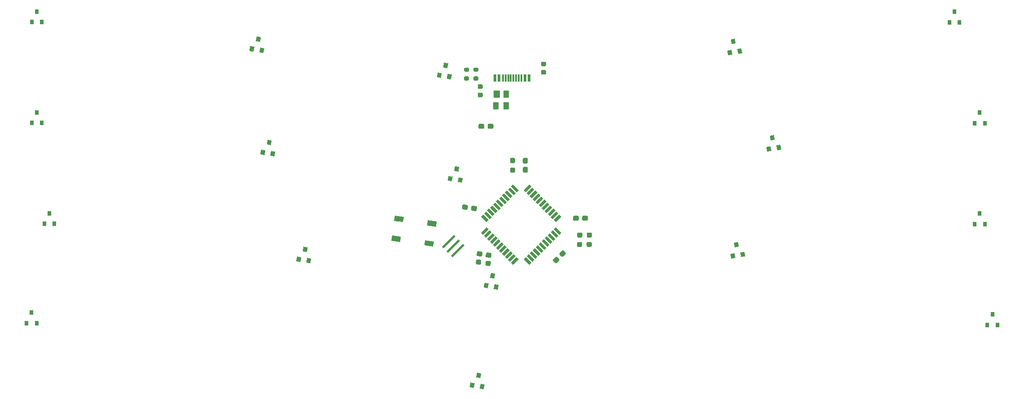
<source format=gbr>
%TF.GenerationSoftware,KiCad,Pcbnew,(5.1.6-0-10_14)*%
%TF.CreationDate,2021-08-16T20:21:43-05:00*%
%TF.ProjectId,Adalyn,4164616c-796e-42e6-9b69-6361645f7063,rev?*%
%TF.SameCoordinates,Original*%
%TF.FileFunction,Paste,Bot*%
%TF.FilePolarity,Positive*%
%FSLAX46Y46*%
G04 Gerber Fmt 4.6, Leading zero omitted, Abs format (unit mm)*
G04 Created by KiCad (PCBNEW (5.1.6-0-10_14)) date 2021-08-16 20:21:43*
%MOMM*%
%LPD*%
G01*
G04 APERTURE LIST*
%ADD10R,1.000000X1.400000*%
%ADD11R,1.200000X1.400000*%
%ADD12R,0.600000X1.450000*%
%ADD13R,0.300000X1.450000*%
%ADD14C,0.100000*%
%ADD15R,0.800000X0.900000*%
G04 APERTURE END LIST*
%TO.C,R101*%
G36*
G01*
X139024578Y-57512762D02*
X138474578Y-57512762D01*
G75*
G02*
X138274578Y-57312762I0J200000D01*
G01*
X138274578Y-56912762D01*
G75*
G02*
X138474578Y-56712762I200000J0D01*
G01*
X139024578Y-56712762D01*
G75*
G02*
X139224578Y-56912762I0J-200000D01*
G01*
X139224578Y-57312762D01*
G75*
G02*
X139024578Y-57512762I-200000J0D01*
G01*
G37*
G36*
G01*
X139024578Y-59162762D02*
X138474578Y-59162762D01*
G75*
G02*
X138274578Y-58962762I0J200000D01*
G01*
X138274578Y-58562762D01*
G75*
G02*
X138474578Y-58362762I200000J0D01*
G01*
X139024578Y-58362762D01*
G75*
G02*
X139224578Y-58562762I0J-200000D01*
G01*
X139224578Y-58962762D01*
G75*
G02*
X139024578Y-59162762I-200000J0D01*
G01*
G37*
%TD*%
D10*
%TO.C,U102*%
X142549578Y-63977762D03*
X144449578Y-63977762D03*
X144449578Y-61777762D03*
D11*
X142729578Y-61777762D03*
%TD*%
%TO.C,R102*%
G36*
G01*
X136714578Y-58372762D02*
X137264578Y-58372762D01*
G75*
G02*
X137464578Y-58572762I0J-200000D01*
G01*
X137464578Y-58972762D01*
G75*
G02*
X137264578Y-59172762I-200000J0D01*
G01*
X136714578Y-59172762D01*
G75*
G02*
X136514578Y-58972762I0J200000D01*
G01*
X136514578Y-58572762D01*
G75*
G02*
X136714578Y-58372762I200000J0D01*
G01*
G37*
G36*
G01*
X136714578Y-56722762D02*
X137264578Y-56722762D01*
G75*
G02*
X137464578Y-56922762I0J-200000D01*
G01*
X137464578Y-57322762D01*
G75*
G02*
X137264578Y-57522762I-200000J0D01*
G01*
X136714578Y-57522762D01*
G75*
G02*
X136514578Y-57322762I0J200000D01*
G01*
X136514578Y-56922762D01*
G75*
G02*
X136714578Y-56722762I200000J0D01*
G01*
G37*
%TD*%
%TO.C,L101*%
G36*
G01*
X151785828Y-56480262D02*
X151273328Y-56480262D01*
G75*
G02*
X151054578Y-56261512I0J218750D01*
G01*
X151054578Y-55824012D01*
G75*
G02*
X151273328Y-55605262I218750J0D01*
G01*
X151785828Y-55605262D01*
G75*
G02*
X152004578Y-55824012I0J-218750D01*
G01*
X152004578Y-56261512D01*
G75*
G02*
X151785828Y-56480262I-218750J0D01*
G01*
G37*
G36*
G01*
X151785828Y-58055262D02*
X151273328Y-58055262D01*
G75*
G02*
X151054578Y-57836512I0J218750D01*
G01*
X151054578Y-57399012D01*
G75*
G02*
X151273328Y-57180262I218750J0D01*
G01*
X151785828Y-57180262D01*
G75*
G02*
X152004578Y-57399012I0J-218750D01*
G01*
X152004578Y-57836512D01*
G75*
G02*
X151785828Y-58055262I-218750J0D01*
G01*
G37*
%TD*%
%TO.C,F101*%
G36*
G01*
X139313328Y-61457762D02*
X139825828Y-61457762D01*
G75*
G02*
X140044578Y-61676512I0J-218750D01*
G01*
X140044578Y-62114012D01*
G75*
G02*
X139825828Y-62332762I-218750J0D01*
G01*
X139313328Y-62332762D01*
G75*
G02*
X139094578Y-62114012I0J218750D01*
G01*
X139094578Y-61676512D01*
G75*
G02*
X139313328Y-61457762I218750J0D01*
G01*
G37*
G36*
G01*
X139313328Y-59882762D02*
X139825828Y-59882762D01*
G75*
G02*
X140044578Y-60101512I0J-218750D01*
G01*
X140044578Y-60539012D01*
G75*
G02*
X139825828Y-60757762I-218750J0D01*
G01*
X139313328Y-60757762D01*
G75*
G02*
X139094578Y-60539012I0J218750D01*
G01*
X139094578Y-60101512D01*
G75*
G02*
X139313328Y-59882762I218750J0D01*
G01*
G37*
%TD*%
D12*
%TO.C,USB101*%
X148829099Y-58665796D03*
X142379099Y-58665796D03*
X148054099Y-58665796D03*
X143154099Y-58665796D03*
D13*
X143854099Y-58665796D03*
X147354099Y-58665796D03*
X144354099Y-58665796D03*
X146854099Y-58665796D03*
X144854099Y-58665796D03*
X146354099Y-58665796D03*
X145854099Y-58665796D03*
X145354099Y-58665796D03*
%TD*%
D14*
%TO.C,SW1*%
G36*
X131375578Y-85798712D02*
G01*
X131236405Y-86788980D01*
X129552950Y-86552386D01*
X129692123Y-85562118D01*
X131375578Y-85798712D01*
G37*
G36*
X125136889Y-84921921D02*
G01*
X124997716Y-85912189D01*
X123314261Y-85675595D01*
X123453434Y-84685327D01*
X125136889Y-84921921D01*
G37*
G36*
X130846721Y-89561731D02*
G01*
X130707548Y-90551999D01*
X129024093Y-90315405D01*
X129163266Y-89325137D01*
X130846721Y-89561731D01*
G37*
G36*
X124608032Y-88684940D02*
G01*
X124468859Y-89675208D01*
X122785404Y-89438614D01*
X122924577Y-88448346D01*
X124608032Y-88684940D01*
G37*
%TD*%
%TO.C,U101*%
G36*
X153828249Y-85903061D02*
G01*
X153439341Y-85514153D01*
X154500001Y-84453493D01*
X154888909Y-84842401D01*
X153828249Y-85903061D01*
G37*
G36*
X153262563Y-85337376D02*
G01*
X152873655Y-84948468D01*
X153934315Y-83887808D01*
X154323223Y-84276716D01*
X153262563Y-85337376D01*
G37*
G36*
X152696878Y-84771691D02*
G01*
X152307970Y-84382783D01*
X153368630Y-83322123D01*
X153757538Y-83711031D01*
X152696878Y-84771691D01*
G37*
G36*
X152131193Y-84206005D02*
G01*
X151742285Y-83817097D01*
X152802945Y-82756437D01*
X153191853Y-83145345D01*
X152131193Y-84206005D01*
G37*
G36*
X151565507Y-83640320D02*
G01*
X151176599Y-83251412D01*
X152237259Y-82190752D01*
X152626167Y-82579660D01*
X151565507Y-83640320D01*
G37*
G36*
X150999822Y-83074634D02*
G01*
X150610914Y-82685726D01*
X151671574Y-81625066D01*
X152060482Y-82013974D01*
X150999822Y-83074634D01*
G37*
G36*
X150434136Y-82508949D02*
G01*
X150045228Y-82120041D01*
X151105888Y-81059381D01*
X151494796Y-81448289D01*
X150434136Y-82508949D01*
G37*
G36*
X149868451Y-81943263D02*
G01*
X149479543Y-81554355D01*
X150540203Y-80493695D01*
X150929111Y-80882603D01*
X149868451Y-81943263D01*
G37*
G36*
X149302765Y-81377578D02*
G01*
X148913857Y-80988670D01*
X149974517Y-79928010D01*
X150363425Y-80316918D01*
X149302765Y-81377578D01*
G37*
G36*
X148737080Y-80811893D02*
G01*
X148348172Y-80422985D01*
X149408832Y-79362325D01*
X149797740Y-79751233D01*
X148737080Y-80811893D01*
G37*
G36*
X148171395Y-80246207D02*
G01*
X147782487Y-79857299D01*
X148843147Y-78796639D01*
X149232055Y-79185547D01*
X148171395Y-80246207D01*
G37*
G36*
X146827891Y-79857299D02*
G01*
X146438983Y-80246207D01*
X145378323Y-79185547D01*
X145767231Y-78796639D01*
X146827891Y-79857299D01*
G37*
G36*
X146262206Y-80422985D02*
G01*
X145873298Y-80811893D01*
X144812638Y-79751233D01*
X145201546Y-79362325D01*
X146262206Y-80422985D01*
G37*
G36*
X145696521Y-80988670D02*
G01*
X145307613Y-81377578D01*
X144246953Y-80316918D01*
X144635861Y-79928010D01*
X145696521Y-80988670D01*
G37*
G36*
X145130835Y-81554355D02*
G01*
X144741927Y-81943263D01*
X143681267Y-80882603D01*
X144070175Y-80493695D01*
X145130835Y-81554355D01*
G37*
G36*
X144565150Y-82120041D02*
G01*
X144176242Y-82508949D01*
X143115582Y-81448289D01*
X143504490Y-81059381D01*
X144565150Y-82120041D01*
G37*
G36*
X143999464Y-82685726D02*
G01*
X143610556Y-83074634D01*
X142549896Y-82013974D01*
X142938804Y-81625066D01*
X143999464Y-82685726D01*
G37*
G36*
X143433779Y-83251412D02*
G01*
X143044871Y-83640320D01*
X141984211Y-82579660D01*
X142373119Y-82190752D01*
X143433779Y-83251412D01*
G37*
G36*
X142868093Y-83817097D02*
G01*
X142479185Y-84206005D01*
X141418525Y-83145345D01*
X141807433Y-82756437D01*
X142868093Y-83817097D01*
G37*
G36*
X142302408Y-84382783D02*
G01*
X141913500Y-84771691D01*
X140852840Y-83711031D01*
X141241748Y-83322123D01*
X142302408Y-84382783D01*
G37*
G36*
X141736723Y-84948468D02*
G01*
X141347815Y-85337376D01*
X140287155Y-84276716D01*
X140676063Y-83887808D01*
X141736723Y-84948468D01*
G37*
G36*
X141171037Y-85514153D02*
G01*
X140782129Y-85903061D01*
X139721469Y-84842401D01*
X140110377Y-84453493D01*
X141171037Y-85514153D01*
G37*
G36*
X140110377Y-88307225D02*
G01*
X139721469Y-87918317D01*
X140782129Y-86857657D01*
X141171037Y-87246565D01*
X140110377Y-88307225D01*
G37*
G36*
X140676063Y-88872910D02*
G01*
X140287155Y-88484002D01*
X141347815Y-87423342D01*
X141736723Y-87812250D01*
X140676063Y-88872910D01*
G37*
G36*
X141241748Y-89438595D02*
G01*
X140852840Y-89049687D01*
X141913500Y-87989027D01*
X142302408Y-88377935D01*
X141241748Y-89438595D01*
G37*
G36*
X141807433Y-90004281D02*
G01*
X141418525Y-89615373D01*
X142479185Y-88554713D01*
X142868093Y-88943621D01*
X141807433Y-90004281D01*
G37*
G36*
X142373119Y-90569966D02*
G01*
X141984211Y-90181058D01*
X143044871Y-89120398D01*
X143433779Y-89509306D01*
X142373119Y-90569966D01*
G37*
G36*
X142938804Y-91135652D02*
G01*
X142549896Y-90746744D01*
X143610556Y-89686084D01*
X143999464Y-90074992D01*
X142938804Y-91135652D01*
G37*
G36*
X143504490Y-91701337D02*
G01*
X143115582Y-91312429D01*
X144176242Y-90251769D01*
X144565150Y-90640677D01*
X143504490Y-91701337D01*
G37*
G36*
X144070175Y-92267023D02*
G01*
X143681267Y-91878115D01*
X144741927Y-90817455D01*
X145130835Y-91206363D01*
X144070175Y-92267023D01*
G37*
G36*
X144635861Y-92832708D02*
G01*
X144246953Y-92443800D01*
X145307613Y-91383140D01*
X145696521Y-91772048D01*
X144635861Y-92832708D01*
G37*
G36*
X145201546Y-93398393D02*
G01*
X144812638Y-93009485D01*
X145873298Y-91948825D01*
X146262206Y-92337733D01*
X145201546Y-93398393D01*
G37*
G36*
X145767231Y-93964079D02*
G01*
X145378323Y-93575171D01*
X146438983Y-92514511D01*
X146827891Y-92903419D01*
X145767231Y-93964079D01*
G37*
G36*
X149232055Y-93575171D02*
G01*
X148843147Y-93964079D01*
X147782487Y-92903419D01*
X148171395Y-92514511D01*
X149232055Y-93575171D01*
G37*
G36*
X149797740Y-93009485D02*
G01*
X149408832Y-93398393D01*
X148348172Y-92337733D01*
X148737080Y-91948825D01*
X149797740Y-93009485D01*
G37*
G36*
X150363425Y-92443800D02*
G01*
X149974517Y-92832708D01*
X148913857Y-91772048D01*
X149302765Y-91383140D01*
X150363425Y-92443800D01*
G37*
G36*
X150929111Y-91878115D02*
G01*
X150540203Y-92267023D01*
X149479543Y-91206363D01*
X149868451Y-90817455D01*
X150929111Y-91878115D01*
G37*
G36*
X151494796Y-91312429D02*
G01*
X151105888Y-91701337D01*
X150045228Y-90640677D01*
X150434136Y-90251769D01*
X151494796Y-91312429D01*
G37*
G36*
X152060482Y-90746744D02*
G01*
X151671574Y-91135652D01*
X150610914Y-90074992D01*
X150999822Y-89686084D01*
X152060482Y-90746744D01*
G37*
G36*
X152626167Y-90181058D02*
G01*
X152237259Y-90569966D01*
X151176599Y-89509306D01*
X151565507Y-89120398D01*
X152626167Y-90181058D01*
G37*
G36*
X153191853Y-89615373D02*
G01*
X152802945Y-90004281D01*
X151742285Y-88943621D01*
X152131193Y-88554713D01*
X153191853Y-89615373D01*
G37*
G36*
X153757538Y-89049687D02*
G01*
X153368630Y-89438595D01*
X152307970Y-88377935D01*
X152696878Y-87989027D01*
X153757538Y-89049687D01*
G37*
G36*
X154323223Y-88484002D02*
G01*
X153934315Y-88872910D01*
X152873655Y-87812250D01*
X153262563Y-87423342D01*
X154323223Y-88484002D01*
G37*
G36*
X154888909Y-87918317D02*
G01*
X154500001Y-88307225D01*
X153439341Y-87246565D01*
X153828249Y-86857657D01*
X154888909Y-87918317D01*
G37*
%TD*%
%TO.C,Y1*%
G36*
X134022228Y-92251142D02*
G01*
X136284969Y-89988401D01*
X136567812Y-90271244D01*
X134305071Y-92533985D01*
X134022228Y-92251142D01*
G37*
G36*
X133173700Y-91402614D02*
G01*
X135436441Y-89139873D01*
X135719284Y-89422716D01*
X133456543Y-91685457D01*
X133173700Y-91402614D01*
G37*
G36*
X132325172Y-90554086D02*
G01*
X134587913Y-88291345D01*
X134870756Y-88574188D01*
X132608015Y-90836929D01*
X132325172Y-90554086D01*
G37*
%TD*%
%TO.C,R5*%
G36*
G01*
X145917078Y-74755262D02*
X145442078Y-74755262D01*
G75*
G02*
X145204578Y-74517762I0J237500D01*
G01*
X145204578Y-74017762D01*
G75*
G02*
X145442078Y-73780262I237500J0D01*
G01*
X145917078Y-73780262D01*
G75*
G02*
X146154578Y-74017762I0J-237500D01*
G01*
X146154578Y-74517762D01*
G75*
G02*
X145917078Y-74755262I-237500J0D01*
G01*
G37*
G36*
G01*
X145917078Y-76580262D02*
X145442078Y-76580262D01*
G75*
G02*
X145204578Y-76342762I0J237500D01*
G01*
X145204578Y-75842762D01*
G75*
G02*
X145442078Y-75605262I237500J0D01*
G01*
X145917078Y-75605262D01*
G75*
G02*
X146154578Y-75842762I0J-237500D01*
G01*
X146154578Y-76342762D01*
G75*
G02*
X145917078Y-76580262I-237500J0D01*
G01*
G37*
%TD*%
%TO.C,R4*%
G36*
G01*
X140549302Y-93882001D02*
X140615409Y-93411623D01*
G75*
G02*
X140883652Y-93209488I235189J-33054D01*
G01*
X141378786Y-93279075D01*
G75*
G02*
X141580921Y-93547318I-33054J-235189D01*
G01*
X141514813Y-94017695D01*
G75*
G02*
X141246570Y-94219830I-235189J33054D01*
G01*
X140751436Y-94150243D01*
G75*
G02*
X140549301Y-93882000I33054J235189D01*
G01*
G37*
G36*
G01*
X138742062Y-93628011D02*
X138808169Y-93157633D01*
G75*
G02*
X139076412Y-92955498I235189J-33054D01*
G01*
X139571546Y-93025085D01*
G75*
G02*
X139773681Y-93293328I-33054J-235189D01*
G01*
X139707573Y-93763705D01*
G75*
G02*
X139439330Y-93965840I-235189J33054D01*
G01*
X138944196Y-93896253D01*
G75*
G02*
X138742061Y-93628010I33054J235189D01*
G01*
G37*
%TD*%
%TO.C,R3*%
G36*
G01*
X159681273Y-88589710D02*
X159681273Y-88114710D01*
G75*
G02*
X159918773Y-87877210I237500J0D01*
G01*
X160418773Y-87877210D01*
G75*
G02*
X160656273Y-88114710I0J-237500D01*
G01*
X160656273Y-88589710D01*
G75*
G02*
X160418773Y-88827210I-237500J0D01*
G01*
X159918773Y-88827210D01*
G75*
G02*
X159681273Y-88589710I0J237500D01*
G01*
G37*
G36*
G01*
X157856273Y-88589710D02*
X157856273Y-88114710D01*
G75*
G02*
X158093773Y-87877210I237500J0D01*
G01*
X158593773Y-87877210D01*
G75*
G02*
X158831273Y-88114710I0J-237500D01*
G01*
X158831273Y-88589710D01*
G75*
G02*
X158593773Y-88827210I-237500J0D01*
G01*
X158093773Y-88827210D01*
G75*
G02*
X157856273Y-88589710I0J237500D01*
G01*
G37*
%TD*%
%TO.C,R2*%
G36*
G01*
X159657772Y-90367709D02*
X159657772Y-89892709D01*
G75*
G02*
X159895272Y-89655209I237500J0D01*
G01*
X160395272Y-89655209D01*
G75*
G02*
X160632772Y-89892709I0J-237500D01*
G01*
X160632772Y-90367709D01*
G75*
G02*
X160395272Y-90605209I-237500J0D01*
G01*
X159895272Y-90605209D01*
G75*
G02*
X159657772Y-90367709I0J237500D01*
G01*
G37*
G36*
G01*
X157832772Y-90367709D02*
X157832772Y-89892709D01*
G75*
G02*
X158070272Y-89655209I237500J0D01*
G01*
X158570272Y-89655209D01*
G75*
G02*
X158807772Y-89892709I0J-237500D01*
G01*
X158807772Y-90367709D01*
G75*
G02*
X158570272Y-90605209I-237500J0D01*
G01*
X158070272Y-90605209D01*
G75*
G02*
X157832772Y-90367709I0J237500D01*
G01*
G37*
%TD*%
%TO.C,C101*%
G36*
G01*
X158819277Y-85414709D02*
X158819277Y-84939709D01*
G75*
G02*
X159056777Y-84702209I237500J0D01*
G01*
X159656777Y-84702209D01*
G75*
G02*
X159894277Y-84939709I0J-237500D01*
G01*
X159894277Y-85414709D01*
G75*
G02*
X159656777Y-85652209I-237500J0D01*
G01*
X159056777Y-85652209D01*
G75*
G02*
X158819277Y-85414709I0J237500D01*
G01*
G37*
G36*
G01*
X157094277Y-85414709D02*
X157094277Y-84939709D01*
G75*
G02*
X157331777Y-84702209I237500J0D01*
G01*
X157931777Y-84702209D01*
G75*
G02*
X158169277Y-84939709I0J-237500D01*
G01*
X158169277Y-85414709D01*
G75*
G02*
X157931777Y-85652209I-237500J0D01*
G01*
X157331777Y-85652209D01*
G75*
G02*
X157094277Y-85414709I0J237500D01*
G01*
G37*
%TD*%
%TO.C,C6*%
G36*
G01*
X154898616Y-92399403D02*
X154562740Y-92063527D01*
G75*
G02*
X154562740Y-91727651I167938J167938D01*
G01*
X154987004Y-91303387D01*
G75*
G02*
X155322880Y-91303387I167938J-167938D01*
G01*
X155658756Y-91639263D01*
G75*
G02*
X155658756Y-91975139I-167938J-167938D01*
G01*
X155234492Y-92399403D01*
G75*
G02*
X154898616Y-92399403I-167938J167938D01*
G01*
G37*
G36*
G01*
X153678856Y-93619163D02*
X153342980Y-93283287D01*
G75*
G02*
X153342980Y-92947411I167938J167938D01*
G01*
X153767244Y-92523147D01*
G75*
G02*
X154103120Y-92523147I167938J-167938D01*
G01*
X154438996Y-92859023D01*
G75*
G02*
X154438996Y-93194899I-167938J-167938D01*
G01*
X154014732Y-93619163D01*
G75*
G02*
X153678856Y-93619163I-167938J167938D01*
G01*
G37*
%TD*%
%TO.C,C5*%
G36*
G01*
X140334578Y-67570262D02*
X140334578Y-68045262D01*
G75*
G02*
X140097078Y-68282762I-237500J0D01*
G01*
X139497078Y-68282762D01*
G75*
G02*
X139259578Y-68045262I0J237500D01*
G01*
X139259578Y-67570262D01*
G75*
G02*
X139497078Y-67332762I237500J0D01*
G01*
X140097078Y-67332762D01*
G75*
G02*
X140334578Y-67570262I0J-237500D01*
G01*
G37*
G36*
G01*
X142059578Y-67570262D02*
X142059578Y-68045262D01*
G75*
G02*
X141822078Y-68282762I-237500J0D01*
G01*
X141222078Y-68282762D01*
G75*
G02*
X140984578Y-68045262I0J237500D01*
G01*
X140984578Y-67570262D01*
G75*
G02*
X141222078Y-67332762I237500J0D01*
G01*
X141822078Y-67332762D01*
G75*
G02*
X142059578Y-67570262I0J-237500D01*
G01*
G37*
%TD*%
%TO.C,C4*%
G36*
G01*
X148317775Y-74845710D02*
X147842775Y-74845710D01*
G75*
G02*
X147605275Y-74608210I0J237500D01*
G01*
X147605275Y-74008210D01*
G75*
G02*
X147842775Y-73770710I237500J0D01*
G01*
X148317775Y-73770710D01*
G75*
G02*
X148555275Y-74008210I0J-237500D01*
G01*
X148555275Y-74608210D01*
G75*
G02*
X148317775Y-74845710I-237500J0D01*
G01*
G37*
G36*
G01*
X148317775Y-76570710D02*
X147842775Y-76570710D01*
G75*
G02*
X147605275Y-76333210I0J237500D01*
G01*
X147605275Y-75733210D01*
G75*
G02*
X147842775Y-75495710I237500J0D01*
G01*
X148317775Y-75495710D01*
G75*
G02*
X148555275Y-75733210I0J-237500D01*
G01*
X148555275Y-76333210D01*
G75*
G02*
X148317775Y-76570710I-237500J0D01*
G01*
G37*
%TD*%
%TO.C,C2*%
G36*
G01*
X137263907Y-82924942D02*
X137197800Y-83395320D01*
G75*
G02*
X136929557Y-83597455I-235189J33054D01*
G01*
X136335396Y-83513951D01*
G75*
G02*
X136133261Y-83245708I33054J235189D01*
G01*
X136199368Y-82775330D01*
G75*
G02*
X136467611Y-82573195I235189J-33054D01*
G01*
X137061772Y-82656699D01*
G75*
G02*
X137263907Y-82924942I-33054J-235189D01*
G01*
G37*
G36*
G01*
X138972119Y-83165016D02*
X138906012Y-83635394D01*
G75*
G02*
X138637769Y-83837529I-235189J33054D01*
G01*
X138043608Y-83754025D01*
G75*
G02*
X137841473Y-83485782I33054J235189D01*
G01*
X137907580Y-83015404D01*
G75*
G02*
X138175823Y-82813269I235189J-33054D01*
G01*
X138769984Y-82896773D01*
G75*
G02*
X138972119Y-83165016I-33054J-235189D01*
G01*
G37*
%TD*%
%TO.C,C1*%
G36*
G01*
X140009599Y-91754790D02*
X139943492Y-92225168D01*
G75*
G02*
X139675249Y-92427303I-235189J33054D01*
G01*
X139081088Y-92343799D01*
G75*
G02*
X138878953Y-92075556I33054J235189D01*
G01*
X138945060Y-91605178D01*
G75*
G02*
X139213303Y-91403043I235189J-33054D01*
G01*
X139807464Y-91486547D01*
G75*
G02*
X140009599Y-91754790I-33054J-235189D01*
G01*
G37*
G36*
G01*
X141717811Y-91994864D02*
X141651704Y-92465242D01*
G75*
G02*
X141383461Y-92667377I-235189J33054D01*
G01*
X140789300Y-92583873D01*
G75*
G02*
X140587165Y-92315630I33054J235189D01*
G01*
X140653272Y-91845252D01*
G75*
G02*
X140921515Y-91643117I235189J-33054D01*
G01*
X141515676Y-91726621D01*
G75*
G02*
X141717811Y-91994864I-33054J-235189D01*
G01*
G37*
%TD*%
%TO.C,D118*%
G36*
X142256054Y-96539454D02*
G01*
X141463840Y-96428115D01*
X141589096Y-95536874D01*
X142381310Y-95648213D01*
X142256054Y-96539454D01*
G37*
G36*
X141036953Y-98387776D02*
G01*
X140244739Y-98276437D01*
X140369995Y-97385196D01*
X141162209Y-97496535D01*
X141036953Y-98387776D01*
G37*
G36*
X142918463Y-98652205D02*
G01*
X142126249Y-98540866D01*
X142251505Y-97649625D01*
X143043719Y-97760964D01*
X142918463Y-98652205D01*
G37*
%TD*%
D15*
%TO.C,D117*%
X236216181Y-103349227D03*
X235266181Y-105349227D03*
X237166181Y-105349227D03*
%TD*%
D14*
%TO.C,D116*%
G36*
X139611381Y-115357292D02*
G01*
X138819167Y-115245953D01*
X138944423Y-114354712D01*
X139736637Y-114466051D01*
X139611381Y-115357292D01*
G37*
G36*
X138392280Y-117205614D02*
G01*
X137600066Y-117094275D01*
X137725322Y-116203034D01*
X138517536Y-116314373D01*
X138392280Y-117205614D01*
G37*
G36*
X140273790Y-117470043D02*
G01*
X139481576Y-117358704D01*
X139606832Y-116467463D01*
X140399046Y-116578802D01*
X140273790Y-117470043D01*
G37*
%TD*%
D15*
%TO.C,D115*%
X54916811Y-103009652D03*
X53966811Y-105009652D03*
X55866811Y-105009652D03*
%TD*%
%TO.C,D114*%
X233834929Y-84299226D03*
X232884929Y-86299226D03*
X234784929Y-86299226D03*
%TD*%
D14*
%TO.C,D113*%
G36*
X188361190Y-90550275D02*
G01*
X187568976Y-90661614D01*
X187443720Y-89770373D01*
X188235934Y-89659034D01*
X188361190Y-90550275D01*
G37*
G36*
X187698781Y-92663026D02*
G01*
X186906567Y-92774365D01*
X186781311Y-91883124D01*
X187573525Y-91771785D01*
X187698781Y-92663026D01*
G37*
G36*
X189580291Y-92398597D02*
G01*
X188788077Y-92509936D01*
X188662821Y-91618695D01*
X189455035Y-91507356D01*
X189580291Y-92398597D01*
G37*
%TD*%
%TO.C,D112*%
G36*
X106884917Y-91568364D02*
G01*
X106092703Y-91457025D01*
X106217959Y-90565784D01*
X107010173Y-90677123D01*
X106884917Y-91568364D01*
G37*
G36*
X105665816Y-93416686D02*
G01*
X104873602Y-93305347D01*
X104998858Y-92414106D01*
X105791072Y-92525445D01*
X105665816Y-93416686D01*
G37*
G36*
X107547326Y-93681115D02*
G01*
X106755112Y-93569776D01*
X106880368Y-92678535D01*
X107672582Y-92789874D01*
X107547326Y-93681115D01*
G37*
%TD*%
D15*
%TO.C,D111*%
X58297818Y-84251999D03*
X57347818Y-86251999D03*
X59247818Y-86251999D03*
%TD*%
%TO.C,D110*%
X233834927Y-65249229D03*
X232884927Y-67249229D03*
X234784927Y-67249229D03*
%TD*%
D14*
%TO.C,D109*%
G36*
X195142240Y-70360048D02*
G01*
X194350026Y-70471387D01*
X194224770Y-69580146D01*
X195016984Y-69468807D01*
X195142240Y-70360048D01*
G37*
G36*
X194479831Y-72472799D02*
G01*
X193687617Y-72584138D01*
X193562361Y-71692897D01*
X194354575Y-71581558D01*
X194479831Y-72472799D01*
G37*
G36*
X196361341Y-72208370D02*
G01*
X195569127Y-72319709D01*
X195443871Y-71428468D01*
X196236085Y-71317129D01*
X196361341Y-72208370D01*
G37*
%TD*%
%TO.C,D108*%
G36*
X135474999Y-76349226D02*
G01*
X134682785Y-76237887D01*
X134808041Y-75346646D01*
X135600255Y-75457985D01*
X135474999Y-76349226D01*
G37*
G36*
X134255898Y-78197548D02*
G01*
X133463684Y-78086209D01*
X133588940Y-77194968D01*
X134381154Y-77306307D01*
X134255898Y-78197548D01*
G37*
G36*
X136137408Y-78461977D02*
G01*
X135345194Y-78350638D01*
X135470450Y-77459397D01*
X136262664Y-77570736D01*
X136137408Y-78461977D01*
G37*
%TD*%
%TO.C,D107*%
G36*
X100103861Y-71378138D02*
G01*
X99311647Y-71266799D01*
X99436903Y-70375558D01*
X100229117Y-70486897D01*
X100103861Y-71378138D01*
G37*
G36*
X98884760Y-73226460D02*
G01*
X98092546Y-73115121D01*
X98217802Y-72223880D01*
X99010016Y-72335219D01*
X98884760Y-73226460D01*
G37*
G36*
X100766270Y-73490889D02*
G01*
X99974056Y-73379550D01*
X100099312Y-72488309D01*
X100891526Y-72599648D01*
X100766270Y-73490889D01*
G37*
%TD*%
D15*
%TO.C,D106*%
X55916566Y-65202001D03*
X54966566Y-67202001D03*
X56866566Y-67202001D03*
%TD*%
%TO.C,D105*%
X229072429Y-46199230D03*
X228122429Y-48199230D03*
X230022429Y-48199230D03*
%TD*%
D14*
%TO.C,D104*%
G36*
X187774847Y-52158254D02*
G01*
X186982633Y-52269593D01*
X186857377Y-51378352D01*
X187649591Y-51267013D01*
X187774847Y-52158254D01*
G37*
G36*
X187112438Y-54271005D02*
G01*
X186320224Y-54382344D01*
X186194968Y-53491103D01*
X186987182Y-53379764D01*
X187112438Y-54271005D01*
G37*
G36*
X188993948Y-54006576D02*
G01*
X188201734Y-54117915D01*
X188076478Y-53226674D01*
X188868692Y-53115335D01*
X188993948Y-54006576D01*
G37*
%TD*%
%TO.C,D103*%
G36*
X133410095Y-56821804D02*
G01*
X132617881Y-56710465D01*
X132743137Y-55819224D01*
X133535351Y-55930563D01*
X133410095Y-56821804D01*
G37*
G36*
X132190994Y-58670126D02*
G01*
X131398780Y-58558787D01*
X131524036Y-57667546D01*
X132316250Y-57778885D01*
X132190994Y-58670126D01*
G37*
G36*
X134072504Y-58934555D02*
G01*
X133280290Y-58823216D01*
X133405546Y-57931975D01*
X134197760Y-58043314D01*
X134072504Y-58934555D01*
G37*
%TD*%
%TO.C,D102*%
G36*
X98038958Y-51850714D02*
G01*
X97246744Y-51739375D01*
X97372000Y-50848134D01*
X98164214Y-50959473D01*
X98038958Y-51850714D01*
G37*
G36*
X96819857Y-53699036D02*
G01*
X96027643Y-53587697D01*
X96152899Y-52696456D01*
X96945113Y-52807795D01*
X96819857Y-53699036D01*
G37*
G36*
X98701367Y-53963465D02*
G01*
X97909153Y-53852126D01*
X98034409Y-52960885D01*
X98826623Y-53072224D01*
X98701367Y-53963465D01*
G37*
%TD*%
D15*
%TO.C,D101*%
X55916566Y-46152002D03*
X54966566Y-48152002D03*
X56866566Y-48152002D03*
%TD*%
M02*

</source>
